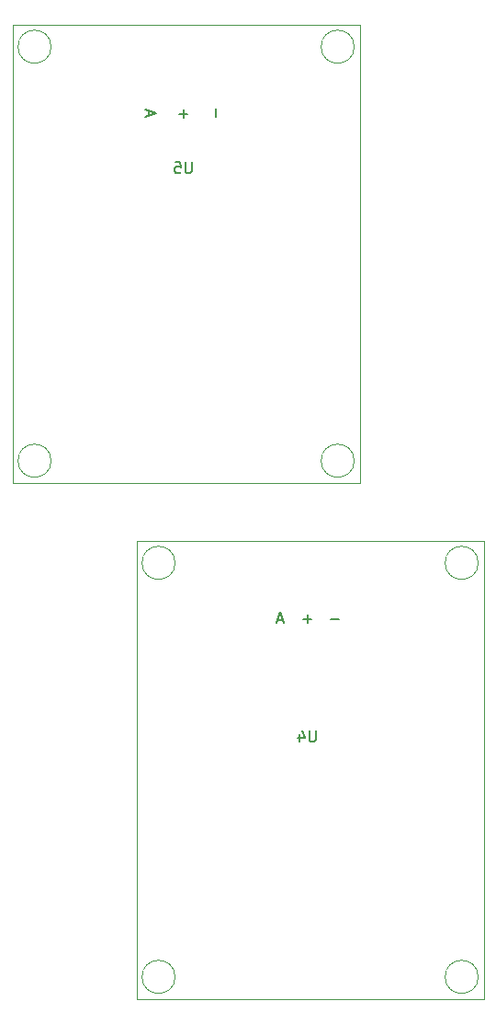
<source format=gbr>
%TF.GenerationSoftware,KiCad,Pcbnew,(5.1.10)-1*%
%TF.CreationDate,2021-09-08T13:12:46-04:00*%
%TF.ProjectId,Water_sensor,57617465-725f-4736-956e-736f722e6b69,rev?*%
%TF.SameCoordinates,Original*%
%TF.FileFunction,Legend,Bot*%
%TF.FilePolarity,Positive*%
%FSLAX46Y46*%
G04 Gerber Fmt 4.6, Leading zero omitted, Abs format (unit mm)*
G04 Created by KiCad (PCBNEW (5.1.10)-1) date 2021-09-08 13:12:46*
%MOMM*%
%LPD*%
G01*
G04 APERTURE LIST*
%ADD10C,0.120000*%
%ADD11C,0.150000*%
G04 APERTURE END LIST*
D10*
%TO.C,U4*%
X150368000Y-156210000D02*
G75*
G03*
X150368000Y-156210000I-1524000J0D01*
G01*
X122428000Y-156210000D02*
G75*
G03*
X122428000Y-156210000I-1524000J0D01*
G01*
X122428000Y-118110000D02*
G75*
G03*
X122428000Y-118110000I-1524000J0D01*
G01*
X150368000Y-118110000D02*
G75*
G03*
X150368000Y-118110000I-1524000J0D01*
G01*
X150876000Y-116078000D02*
X150876000Y-118110000D01*
X118872000Y-116078000D02*
X150876000Y-116078000D01*
X150876000Y-158242000D02*
X150876000Y-116078000D01*
X118872000Y-158242000D02*
X150876000Y-158242000D01*
X118872000Y-116078000D02*
X118872000Y-158242000D01*
X150876000Y-116078000D02*
X148844000Y-116078000D01*
%TO.C,U5*%
X138938000Y-108712000D02*
G75*
G03*
X138938000Y-108712000I-1524000J0D01*
G01*
X110998000Y-108712000D02*
G75*
G03*
X110998000Y-108712000I-1524000J0D01*
G01*
X138938000Y-70612000D02*
G75*
G03*
X138938000Y-70612000I-1524000J0D01*
G01*
X110998000Y-70612000D02*
G75*
G03*
X110998000Y-70612000I-1524000J0D01*
G01*
X139446000Y-110744000D02*
X139446000Y-68580000D01*
X107442000Y-110744000D02*
X139446000Y-110744000D01*
X107442000Y-68580000D02*
X107442000Y-110744000D01*
X139446000Y-68580000D02*
X107442000Y-68580000D01*
X123190000Y-68580000D02*
X139446000Y-68580000D01*
%TO.C,U4*%
D11*
X135381904Y-133572380D02*
X135381904Y-134381904D01*
X135334285Y-134477142D01*
X135286666Y-134524761D01*
X135191428Y-134572380D01*
X135000952Y-134572380D01*
X134905714Y-134524761D01*
X134858095Y-134477142D01*
X134810476Y-134381904D01*
X134810476Y-133572380D01*
X133905714Y-133905714D02*
X133905714Y-134572380D01*
X134143809Y-133524761D02*
X134381904Y-134239047D01*
X133762857Y-134239047D01*
X132318095Y-123356666D02*
X131841904Y-123356666D01*
X132413333Y-123642380D02*
X132080000Y-122642380D01*
X131746666Y-123642380D01*
X135000952Y-123261428D02*
X134239047Y-123261428D01*
X134620000Y-123642380D02*
X134620000Y-122880476D01*
X137540952Y-123261428D02*
X136779047Y-123261428D01*
%TO.C,U5*%
X123951904Y-81248380D02*
X123951904Y-82057904D01*
X123904285Y-82153142D01*
X123856666Y-82200761D01*
X123761428Y-82248380D01*
X123570952Y-82248380D01*
X123475714Y-82200761D01*
X123428095Y-82153142D01*
X123380476Y-82057904D01*
X123380476Y-81248380D01*
X122428095Y-81248380D02*
X122904285Y-81248380D01*
X122951904Y-81724571D01*
X122904285Y-81676952D01*
X122809047Y-81629333D01*
X122570952Y-81629333D01*
X122475714Y-81676952D01*
X122428095Y-81724571D01*
X122380476Y-81819809D01*
X122380476Y-82057904D01*
X122428095Y-82153142D01*
X122475714Y-82200761D01*
X122570952Y-82248380D01*
X122809047Y-82248380D01*
X122904285Y-82200761D01*
X122951904Y-82153142D01*
X119975333Y-76946095D02*
X119975333Y-76469904D01*
X119689619Y-77041333D02*
X120689619Y-76708000D01*
X119689619Y-76374666D01*
X123570952Y-76779428D02*
X122809047Y-76779428D01*
X123190000Y-77160380D02*
X123190000Y-76398476D01*
X126166571Y-77088952D02*
X126166571Y-76327047D01*
%TD*%
M02*

</source>
